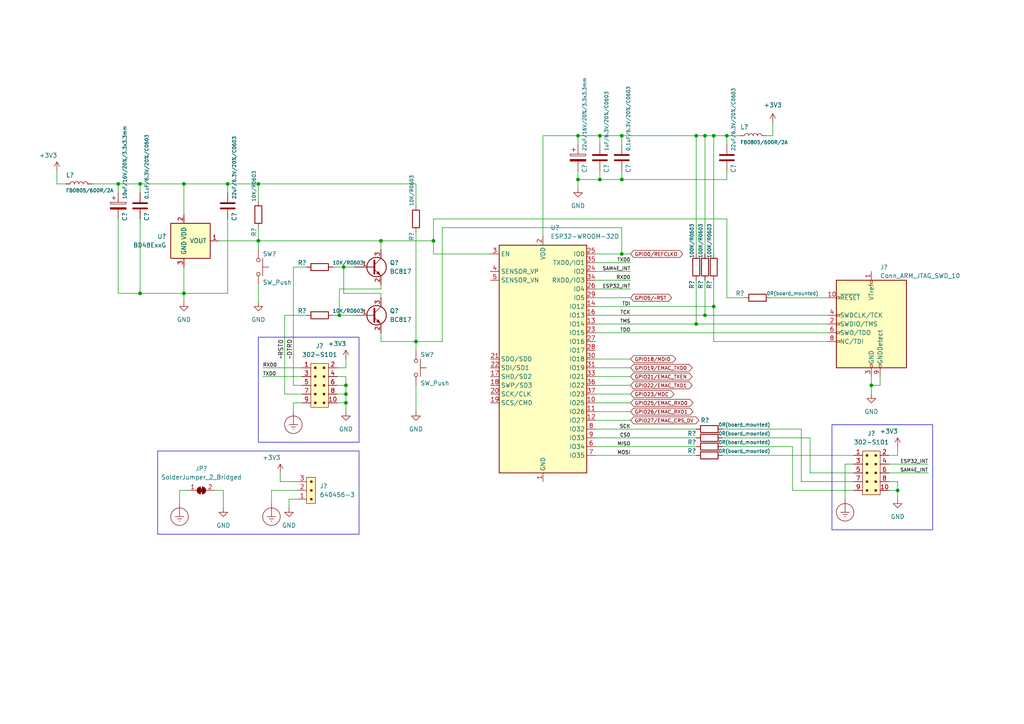
<source format=kicad_sch>
(kicad_sch (version 20230121) (generator eeschema)
  (paper "A4")
  (lib_symbols
    (symbol "Connector:Conn_ARM_JTAG_SWD_10" (pin_names (offset 1.016))
      (property "Reference" "J" (at -2.54 16.51 0))
      (property "Value" "Conn_ARM_JTAG_SWD_10" (at -2.54 13.97 0))
      (symbol "Conn_ARM_JTAG_SWD_10_0_1"
        (rectangle (start -10.16 12.7) (end 10.16 -12.7) (stroke (width 0.254)) (fill (type background)))
        (rectangle (start -2.794 -12.7) (end -2.286 -11.684))
        (rectangle (start -0.254 -12.7) (end 0.254 -11.684))
        (rectangle (start -0.254 12.7) (end 0.254 11.684))
        (rectangle (start 9.144 2.286) (end 10.16 2.794))
        (rectangle (start 10.16 -2.794) (end 9.144 -2.286))
        (rectangle (start 10.16 -0.254) (end 9.144 0.254))
        (rectangle (start 10.16 7.874) (end 9.144 7.366))
      )
      (symbol "Conn_ARM_JTAG_SWD_10_1_1"
        (rectangle (start 9.144 -5.334) (end 10.16 -4.826))
        (pin power_in line (at 0 15.24 270) (length 2.54) (name "VTref") (number "1"))
        (pin open_collector line (at 12.7 7.62 180) (length 2.54) (name "~{RESET}") (number "10"))
        (pin bidirectional line (at 12.7 0 180) (length 2.54) (name "SWDIO/TMS") (number "2"))
        (pin power_in line (at 0 -15.24 90) (length 2.54) (name "GND") (number "3"))
        (pin output line (at 12.7 2.54 180) (length 2.54) (name "SWDCLK/TCK") (number "4"))
        (pin passive line (at 0 -15.24 90) (length 2.54) hide (name "GND") (number "5"))
        (pin input line (at 12.7 -2.54 180) (length 2.54) (name "SWO/TDO") (number "6"))
        (pin no_connect line (at -10.16 0 0) (length 2.54) hide (name "KEY") (number "7"))
        (pin output line (at 12.7 -5.08 180) (length 2.54) (name "NC/TDI") (number "8"))
        (pin passive line (at -2.54 -15.24 90) (length 2.54) (name "GNDDetect") (number "9"))
      )
    )
    (symbol "Device:C" (pin_numbers hide) (pin_names (offset 0.254))
      (property "Reference" "C" (at 0.635 2.54 0))
      (property "Value" "C" (at 0.635 -2.54 0))
      (symbol "C_0_1"
        (polyline (pts (xy -2.032 -0.762) (xy 2.032 -0.762)) (stroke (width 0.508)))
        (polyline (pts (xy -2.032 0.762) (xy 2.032 0.762)) (stroke (width 0.508)))
      )
      (symbol "C_1_1"
        (pin passive line (at 0 3.81 270) (length 2.794) (name "~") (number "1"))
        (pin passive line (at 0 -3.81 90) (length 2.794) (name "~") (number "2"))
      )
    )
    (symbol "Device:C_Polarized" (pin_numbers hide) (pin_names (offset 0.254))
      (property "Reference" "C" (at 0.635 2.54 0))
      (property "Value" "C_Polarized" (at 0.635 -2.54 0))
      (symbol "C_Polarized_0_1"
        (rectangle (start -2.286 0.508) (end 2.286 1.016))
        (polyline (pts (xy -1.778 2.286) (xy -0.762 2.286)))
        (polyline (pts (xy -1.27 2.794) (xy -1.27 1.778)))
        (rectangle (start 2.286 -0.508) (end -2.286 -1.016) (fill (type outline)))
      )
      (symbol "C_Polarized_1_1"
        (pin passive line (at 0 3.81 270) (length 2.794) (name "~") (number "1"))
        (pin passive line (at 0 -3.81 90) (length 2.794) (name "~") (number "2"))
      )
    )
    (symbol "Device:L" (pin_numbers hide) (pin_names (offset 1.016) hide)
      (property "Reference" "L" (at -1.27 0 90))
      (property "Value" "L" (at 1.905 0 90))
      (symbol "L_0_1"
        (arc (start 0 -2.54) (mid 0.6323 -1.905) (end 0 -1.27))
        (arc (start 0 -1.27) (mid 0.6323 -0.635) (end 0 0))
        (arc (start 0 0) (mid 0.6323 0.635) (end 0 1.27))
        (arc (start 0 1.27) (mid 0.6323 1.905) (end 0 2.54))
      )
      (symbol "L_1_1"
        (pin passive line (at 0 3.81 270) (length 1.27) (name "1") (number "1"))
        (pin passive line (at 0 -3.81 90) (length 1.27) (name "2") (number "2"))
      )
    )
    (symbol "Device:R" (pin_numbers hide) (pin_names (offset 0))
      (property "Reference" "R" (at 2.032 0 90))
      (property "Value" "R" (at 0 0 90))
      (symbol "R_0_1"
        (rectangle (start -1.016 -2.54) (end 1.016 2.54) (stroke (width 0.254)))
      )
      (symbol "R_1_1"
        (pin passive line (at 0 3.81 270) (length 1.27) (name "~") (number "1"))
        (pin passive line (at 0 -3.81 90) (length 1.27) (name "~") (number "2"))
      )
    )
    (symbol "Jumper:SolderJumper_2_Bridged" (pin_names (offset 0) hide)
      (property "Reference" "JP" (at 0 2.032 0))
      (property "Value" "SolderJumper_2_Bridged" (at 0 -2.54 0))
      (symbol "SolderJumper_2_Bridged_0_1"
        (rectangle (start -0.508 0.508) (end 0.508 -0.508) (fill (type outline)))
        (arc (start -0.254 1.016) (mid -1.2656 0) (end -0.254 -1.016))
        (arc (start -0.254 1.016) (mid -1.2656 0) (end -0.254 -1.016) (fill (type outline)))
        (polyline (pts (xy -0.254 1.016) (xy -0.254 -1.016)))
        (polyline (pts (xy 0.254 1.016) (xy 0.254 -1.016)))
        (arc (start 0.254 -1.016) (mid 1.2656 0) (end 0.254 1.016))
        (arc (start 0.254 -1.016) (mid 1.2656 0) (end 0.254 1.016) (fill (type outline)))
      )
      (symbol "SolderJumper_2_Bridged_1_1"
        (pin passive line (at -3.81 0 0) (length 2.54) (name "A") (number "1"))
        (pin passive line (at 3.81 0 180) (length 2.54) (name "B") (number "2"))
      )
    )
    (symbol "Power_Management:BD48ExxG" (pin_names (offset 1.016))
      (property "Reference" "U" (at -3.81 6.35 0))
      (property "Value" "BD48ExxG" (at -5.08 0 90))
      (symbol "BD48ExxG_1_1"
        (rectangle (start -3.81 5.08) (end 7.62 -5.08) (stroke (width 0.254)) (fill (type background)))
        (pin output line (at 10.16 0 180) (length 2.54) (name "VOUT") (number "1"))
        (pin power_in line (at 0 7.62 270) (length 2.54) (name "VDD") (number "2"))
        (pin power_in line (at 0 -7.62 90) (length 2.54) (name "GND") (number "3"))
      )
    )
    (symbol "RF_Module:ESP32-WROOM-32D"
      (property "Reference" "U" (at -12.7 34.29 0))
      (property "Value" "ESP32-WROOM-32D" (at 1.27 34.29 0))
      (symbol "ESP32-WROOM-32D_0_1"
        (rectangle (start -12.7 33.02) (end 12.7 -33.02) (stroke (width 0.254)) (fill (type background)))
      )
      (symbol "ESP32-WROOM-32D_1_1"
        (pin power_in line (at 0 -35.56 90) (length 2.54) (name "GND") (number "1"))
        (pin bidirectional line (at 15.24 -12.7 180) (length 2.54) (name "IO25") (number "10"))
        (pin bidirectional line (at 15.24 -15.24 180) (length 2.54) (name "IO26") (number "11"))
        (pin bidirectional line (at 15.24 -17.78 180) (length 2.54) (name "IO27") (number "12"))
        (pin bidirectional line (at 15.24 10.16 180) (length 2.54) (name "IO14") (number "13"))
        (pin bidirectional line (at 15.24 15.24 180) (length 2.54) (name "IO12") (number "14"))
        (pin passive line (at 0 -35.56 90) (length 2.54) hide (name "GND") (number "15"))
        (pin bidirectional line (at 15.24 12.7 180) (length 2.54) (name "IO13") (number "16"))
        (pin bidirectional line (at -15.24 -5.08 0) (length 2.54) (name "SHD/SD2") (number "17"))
        (pin bidirectional line (at -15.24 -7.62 0) (length 2.54) (name "SWP/SD3") (number "18"))
        (pin bidirectional line (at -15.24 -12.7 0) (length 2.54) (name "SCS/CMD") (number "19"))
        (pin power_in line (at 0 35.56 270) (length 2.54) (name "VDD") (number "2"))
        (pin bidirectional line (at -15.24 -10.16 0) (length 2.54) (name "SCK/CLK") (number "20"))
        (pin bidirectional line (at -15.24 0 0) (length 2.54) (name "SDO/SD0") (number "21"))
        (pin bidirectional line (at -15.24 -2.54 0) (length 2.54) (name "SDI/SD1") (number "22"))
        (pin bidirectional line (at 15.24 7.62 180) (length 2.54) (name "IO15") (number "23"))
        (pin bidirectional line (at 15.24 25.4 180) (length 2.54) (name "IO2") (number "24"))
        (pin bidirectional line (at 15.24 30.48 180) (length 2.54) (name "IO0") (number "25"))
        (pin bidirectional line (at 15.24 20.32 180) (length 2.54) (name "IO4") (number "26"))
        (pin bidirectional line (at 15.24 5.08 180) (length 2.54) (name "IO16") (number "27"))
        (pin bidirectional line (at 15.24 2.54 180) (length 2.54) (name "IO17") (number "28"))
        (pin bidirectional line (at 15.24 17.78 180) (length 2.54) (name "IO5") (number "29"))
        (pin input line (at -15.24 30.48 0) (length 2.54) (name "EN") (number "3"))
        (pin bidirectional line (at 15.24 0 180) (length 2.54) (name "IO18") (number "30"))
        (pin bidirectional line (at 15.24 -2.54 180) (length 2.54) (name "IO19") (number "31"))
        (pin no_connect line (at -12.7 -27.94 0) (length 2.54) hide (name "NC") (number "32"))
        (pin bidirectional line (at 15.24 -5.08 180) (length 2.54) (name "IO21") (number "33"))
        (pin bidirectional line (at 15.24 22.86 180) (length 2.54) (name "RXD0/IO3") (number "34"))
        (pin bidirectional line (at 15.24 27.94 180) (length 2.54) (name "TXD0/IO1") (number "35"))
        (pin bidirectional line (at 15.24 -7.62 180) (length 2.54) (name "IO22") (number "36"))
        (pin bidirectional line (at 15.24 -10.16 180) (length 2.54) (name "IO23") (number "37"))
        (pin passive line (at 0 -35.56 90) (length 2.54) hide (name "GND") (number "38"))
        (pin passive line (at 0 -35.56 90) (length 2.54) hide (name "GND") (number "39"))
        (pin input line (at -15.24 25.4 0) (length 2.54) (name "SENSOR_VP") (number "4"))
        (pin input line (at -15.24 22.86 0) (length 2.54) (name "SENSOR_VN") (number "5"))
        (pin input line (at 15.24 -25.4 180) (length 2.54) (name "IO34") (number "6"))
        (pin input line (at 15.24 -27.94 180) (length 2.54) (name "IO35") (number "7"))
        (pin bidirectional line (at 15.24 -20.32 180) (length 2.54) (name "IO32") (number "8"))
        (pin bidirectional line (at 15.24 -22.86 180) (length 2.54) (name "IO33") (number "9"))
      )
    )
    (symbol "Switch:SW_Push" (pin_numbers hide) (pin_names (offset 1.016) hide)
      (property "Reference" "SW" (at 1.27 2.54 0))
      (property "Value" "SW_Push" (at 0 -1.524 0))
      (symbol "SW_Push_0_1"
        (circle (center -2.032 0) (radius 0.508))
        (polyline (pts (xy 0 1.27) (xy 0 3.048)))
        (polyline (pts (xy 2.54 1.27) (xy -2.54 1.27)))
        (circle (center 2.032 0) (radius 0.508))
        (pin passive line (at -5.08 0 0) (length 2.54) (name "1") (number "1"))
        (pin passive line (at 5.08 0 180) (length 2.54) (name "2") (number "2"))
      )
    )
    (symbol "Transistor_BJT:BC817" (pin_names (offset 0) hide)
      (property "Reference" "Q" (at 5.08 1.905 0))
      (property "Value" "BC817" (at 5.08 0 0))
      (symbol "BC817_0_1"
        (polyline (pts (xy 0.635 0.635) (xy 2.54 2.54)))
        (polyline (pts (xy 0.635 -0.635) (xy 2.54 -2.54) (xy 2.54 -2.54)))
        (polyline (pts (xy 0.635 1.905) (xy 0.635 -1.905) (xy 0.635 -1.905)) (stroke (width 0.508)))
        (polyline (pts (xy 1.27 -1.778) (xy 1.778 -1.27) (xy 2.286 -2.286) (xy 1.27 -1.778) (xy 1.27 -1.778)) (fill (type outline)))
        (circle (center 1.27 0) (radius 2.8194) (stroke (width 0.254)))
      )
      (symbol "BC817_1_1"
        (pin input line (at -5.08 0 0) (length 5.715) (name "B") (number "1"))
        (pin passive line (at 2.54 -5.08 90) (length 2.54) (name "E") (number "2"))
        (pin passive line (at 2.54 5.08 270) (length 2.54) (name "C") (number "3"))
      )
    )
    (symbol "dk_Rectangular-Connectors-Headers-Male-Pins:302-S101" (pin_names (offset 1.016))
      (property "Reference" "J" (at -2.54 7.62 0))
      (property "Value" "302-S101" (at 0 -7.62 0))
      (symbol "302-S101_1_1"
        (rectangle (start -2.54 6.35) (end 2.54 -6.35) (fill (type background)))
        (rectangle (start -1.524 -4.826) (end -1.016 -5.334) (fill (type outline)))
        (rectangle (start -1.524 -2.286) (end -1.016 -2.794) (fill (type outline)))
        (rectangle (start -1.524 0.254) (end -1.016 -0.254) (fill (type outline)))
        (rectangle (start -1.524 2.794) (end -1.016 2.286) (fill (type outline)))
        (rectangle (start -1.524 5.334) (end -1.016 4.826) (fill (type outline)))
        (rectangle (start 1.016 -4.826) (end 1.524 -5.334) (fill (type outline)))
        (rectangle (start 1.016 -2.286) (end 1.524 -2.794) (fill (type outline)))
        (rectangle (start 1.016 0.254) (end 1.524 -0.254) (fill (type outline)))
        (rectangle (start 1.016 2.794) (end 1.524 2.286) (fill (type outline)))
        (rectangle (start 1.016 5.334) (end 1.524 4.826) (fill (type outline)))
        (pin passive line (at -5.08 5.08 0) (length 2.54) (name "~") (number "1"))
        (pin passive line (at 5.08 -5.08 180) (length 2.54) (name "~") (number "10"))
        (pin passive line (at 5.08 5.08 180) (length 2.54) (name "~") (number "2"))
        (pin passive line (at -5.08 2.54 0) (length 2.54) (name "~") (number "3"))
        (pin passive line (at 5.08 2.54 180) (length 2.54) (name "~") (number "4"))
        (pin passive line (at -5.08 0 0) (length 2.54) (name "~") (number "5"))
        (pin passive line (at 5.08 0 180) (length 2.54) (name "~") (number "6"))
        (pin passive line (at -5.08 -2.54 0) (length 2.54) (name "~") (number "7"))
        (pin passive line (at 5.08 -2.54 180) (length 2.54) (name "~") (number "8"))
        (pin passive line (at -5.08 -5.08 0) (length 2.54) (name "~") (number "9"))
      )
    )
    (symbol "dk_Rectangular-Connectors-Headers-Male-Pins:640456-3" (pin_names (offset 1.016))
      (property "Reference" "J" (at -2.54 1.27 0))
      (property "Value" "640456-3" (at 2.54 -3.81 0))
      (symbol "640456-3_1_1"
        (rectangle (start -1.27 0) (end 6.35 -2.54) (fill (type background)))
        (rectangle (start -0.254 -1.143) (end 0.254 -1.651) (fill (type outline)))
        (rectangle (start 2.286 -1.143) (end 2.794 -1.651) (fill (type outline)))
        (rectangle (start 4.826 -1.143) (end 5.334 -1.651) (fill (type outline)))
        (pin passive line (at 0 2.54 270) (length 2.54) (name "~") (number "1"))
        (pin passive line (at 2.54 2.54 270) (length 2.54) (name "~") (number "2"))
        (pin passive line (at 5.08 2.54 270) (length 2.54) (name "~") (number "3"))
      )
    )
    (symbol "power:+3V3" (power) (pin_names (offset 0))
      (property "Value" "+3V3" (at 0 3.556 0))
      (symbol "+3V3_0_1"
        (polyline (pts (xy -0.762 1.27) (xy 0 2.54)))
        (polyline (pts (xy 0 0) (xy 0 2.54)))
        (polyline (pts (xy 0 2.54) (xy 0.762 1.27)))
      )
      (symbol "+3V3_1_1"
        (pin power_in line (at 0 0 90) (length 0) hide (name "+3V3") (number "1"))
      )
    )
    (symbol "power:Earth_Protective" (power) (pin_names (offset 0))
      (symbol "Earth_Protective_0_1"
        (circle (center 0 -3.81) (radius 2.54))
        (polyline (pts (xy -0.635 -4.445) (xy 0.635 -4.445)))
        (polyline (pts (xy -0.127 -5.08) (xy 0.127 -5.08)))
        (polyline (pts (xy 0 -3.81) (xy 0 0)))
        (polyline (pts (xy 1.27 -3.81) (xy -1.27 -3.81)))
      )
      (symbol "Earth_Protective_1_1"
        (pin power_in line (at 0 0 270) (length 0) hide (name "Earth_Protective") (number "1"))
      )
    )
    (symbol "power:GND" (power) (pin_names (offset 0))
      (property "Value" "GND" (at 0 -3.81 0))
      (symbol "GND_0_1"
        (polyline (pts (xy 0 0) (xy 0 -1.27) (xy 1.27 -1.27) (xy 0 -2.54) (xy -1.27 -1.27) (xy 0 -1.27)))
      )
      (symbol "GND_1_1"
        (pin power_in line (at 0 0 270) (length 0) hide (name "GND") (number "1"))
      )
    )
  )
  (junction (at 100.33 114.3))
  (junction (at 180.34 73.66))
  (junction (at 99.695 77.47))
  (junction (at 100.33 116.84))
  (junction (at 252.73 111.76))
  (junction (at 98.425 91.44))
  (junction (at 207.01 39.37))
  (junction (at 260.35 142.24))
  (junction (at 167.64 39.37))
  (junction (at 180.34 52.07))
  (junction (at 125.73 69.85))
  (junction (at 34.29 53.34))
  (junction (at 53.34 85.09))
  (junction (at 173.99 39.37))
  (junction (at 204.47 91.44))
  (junction (at 120.65 99.06))
  (junction (at 167.64 52.07))
  (junction (at 201.93 93.98))
  (junction (at 40.64 85.09))
  (junction (at 74.93 69.85))
  (junction (at 210.82 39.37))
  (junction (at 110.49 69.85))
  (junction (at 180.34 39.37))
  (junction (at 204.47 39.37))
  (junction (at 66.04 53.34))
  (junction (at 207.01 88.9))
  (junction (at 40.64 53.34))
  (junction (at 53.34 53.34))
  (junction (at 201.93 39.37))
  (junction (at 173.99 52.07))
  (junction (at 74.93 53.34))
  (junction (at 100.33 111.76))
  (wire (pts (xy 97.79 116.84) (xy 100.33 116.84)))
  (wire (pts (xy 210.82 39.37) (xy 214.63 39.37)))
  (wire (pts (xy 74.93 66.04) (xy 74.93 69.85)))
  (wire (pts (xy 172.72 104.14) (xy 182.88 104.14)))
  (wire (pts (xy 224.155 35.56) (xy 224.155 39.37)))
  (wire (pts (xy 97.79 109.22) (xy 100.33 109.22)))
  (wire (pts (xy 110.49 99.06) (xy 120.65 99.06)))
  (wire (pts (xy 120.65 67.31) (xy 120.65 99.06)))
  (wire (pts (xy 210.82 86.36) (xy 215.9 86.36)))
  (wire (pts (xy 19.05 53.34) (xy 16.51 53.34)))
  (wire (pts (xy 97.79 114.3) (xy 100.33 114.3)))
  (wire (pts (xy 172.72 88.9) (xy 207.01 88.9)))
  (wire (pts (xy 120.65 111.76) (xy 120.65 119.38)))
  (wire (pts (xy 110.49 96.52) (xy 110.49 99.06)))
  (wire (pts (xy 110.49 85.09) (xy 99.695 85.09)))
  (wire (pts (xy 62.23 142.24) (xy 64.77 142.24)))
  (wire (pts (xy 34.29 53.34) (xy 34.29 55.88)))
  (wire (pts (xy 210.82 63.5) (xy 210.82 86.36)))
  (wire (pts (xy 229.87 129.54) (xy 229.87 142.24)))
  (wire (pts (xy 85.09 77.47) (xy 88.9 77.47)))
  (wire (pts (xy 85.09 77.47) (xy 85.09 111.76)))
  (wire (pts (xy 204.47 73.66) (xy 204.47 39.37)))
  (wire (pts (xy 52.07 146.05) (xy 52.07 142.24)))
  (wire (pts (xy 245.11 134.62) (xy 245.11 144.78)))
  (wire (pts (xy 172.72 76.2) (xy 182.88 76.2)))
  (wire (pts (xy 201.93 81.28) (xy 201.93 93.98)))
  (wire (pts (xy 234.95 137.16) (xy 247.65 137.16)))
  (wire (pts (xy 74.93 58.42) (xy 74.93 53.34)))
  (wire (pts (xy 223.52 86.36) (xy 240.03 86.36)))
  (wire (pts (xy 64.77 142.24) (xy 64.77 147.32)))
  (wire (pts (xy 172.72 127) (xy 201.93 127)))
  (wire (pts (xy 40.64 63.5) (xy 40.64 85.09)))
  (wire (pts (xy 53.34 77.47) (xy 53.34 85.09)))
  (wire (pts (xy 66.04 85.09) (xy 53.34 85.09)))
  (wire (pts (xy 172.72 78.74) (xy 182.88 78.74)))
  (wire (pts (xy 172.72 109.22) (xy 182.88 109.22)))
  (wire (pts (xy 167.64 39.37) (xy 173.99 39.37)))
  (wire (pts (xy 180.34 39.37) (xy 180.34 41.91)))
  (wire (pts (xy 247.65 134.62) (xy 245.11 134.62)))
  (wire (pts (xy 110.49 82.55) (xy 110.49 83.82)))
  (wire (pts (xy 260.35 142.24) (xy 260.35 144.78)))
  (wire (pts (xy 172.72 111.76) (xy 182.88 111.76)))
  (wire (pts (xy 172.72 93.98) (xy 201.93 93.98)))
  (wire (pts (xy 85.09 111.76) (xy 87.63 111.76)))
  (wire (pts (xy 180.34 52.07) (xy 210.82 52.07)))
  (wire (pts (xy 97.79 106.68) (xy 100.33 106.68)))
  (wire (pts (xy 257.81 137.16) (xy 269.24 137.16)))
  (wire (pts (xy 201.93 93.98) (xy 240.03 93.98)))
  (wire (pts (xy 74.93 53.34) (xy 120.65 53.34)))
  (wire (pts (xy 167.64 49.53) (xy 167.64 52.07)))
  (wire (pts (xy 209.55 132.08) (xy 247.65 132.08)))
  (wire (pts (xy 172.72 124.46) (xy 201.93 124.46)))
  (wire (pts (xy 100.33 114.3) (xy 100.33 116.84)))
  (wire (pts (xy 85.09 119.38) (xy 85.09 116.84)))
  (wire (pts (xy 257.81 132.08) (xy 260.35 132.08)))
  (wire (pts (xy 172.72 73.66) (xy 180.34 73.66)))
  (wire (pts (xy 180.34 66.04) (xy 180.34 73.66)))
  (wire (pts (xy 209.55 129.54) (xy 229.87 129.54)))
  (wire (pts (xy 128.27 99.06) (xy 120.65 99.06)))
  (wire (pts (xy 100.33 116.84) (xy 100.33 119.38)))
  (wire (pts (xy 180.34 39.37) (xy 201.93 39.37)))
  (wire (pts (xy 99.695 77.47) (xy 99.695 85.09)))
  (wire (pts (xy 125.73 69.85) (xy 125.73 73.66)))
  (wire (pts (xy 173.99 52.07) (xy 180.34 52.07)))
  (wire (pts (xy 40.64 85.09) (xy 34.29 85.09)))
  (wire (pts (xy 204.47 39.37) (xy 207.01 39.37)))
  (wire (pts (xy 172.72 132.08) (xy 201.93 132.08)))
  (wire (pts (xy 172.72 81.28) (xy 182.88 81.28)))
  (wire (pts (xy 207.01 81.28) (xy 207.01 88.9)))
  (wire (pts (xy 16.51 53.34) (xy 16.51 49.53)))
  (wire (pts (xy 207.01 99.06) (xy 240.03 99.06)))
  (wire (pts (xy 257.81 134.62) (xy 269.24 134.62)))
  (wire (pts (xy 78.74 142.24) (xy 78.74 146.05)))
  (wire (pts (xy 53.34 53.34) (xy 66.04 53.34)))
  (wire (pts (xy 86.36 142.24) (xy 78.74 142.24)))
  (wire (pts (xy 26.67 53.34) (xy 34.29 53.34)))
  (wire (pts (xy 98.425 91.44) (xy 102.87 91.44)))
  (wire (pts (xy 229.87 142.24) (xy 247.65 142.24)))
  (wire (pts (xy 128.27 66.04) (xy 128.27 99.06)))
  (wire (pts (xy 100.33 111.76) (xy 100.33 114.3)))
  (wire (pts (xy 125.73 69.85) (xy 125.73 63.5)))
  (wire (pts (xy 252.73 111.76) (xy 252.73 114.3)))
  (wire (pts (xy 76.2 106.68) (xy 87.63 106.68)))
  (wire (pts (xy 204.47 91.44) (xy 240.03 91.44)))
  (wire (pts (xy 167.64 52.07) (xy 167.64 54.61)))
  (wire (pts (xy 182.88 119.38) (xy 172.72 119.38)))
  (wire (pts (xy 172.72 91.44) (xy 204.47 91.44)))
  (wire (pts (xy 125.73 63.5) (xy 210.82 63.5)))
  (wire (pts (xy 207.01 88.9) (xy 207.01 99.06)))
  (wire (pts (xy 222.25 39.37) (xy 224.155 39.37)))
  (wire (pts (xy 86.36 139.7) (xy 81.28 139.7)))
  (wire (pts (xy 182.88 121.92) (xy 172.72 121.92)))
  (wire (pts (xy 76.2 109.22) (xy 87.63 109.22)))
  (wire (pts (xy 53.34 85.09) (xy 40.64 85.09)))
  (wire (pts (xy 180.34 73.66) (xy 182.88 73.66)))
  (wire (pts (xy 128.27 66.04) (xy 180.34 66.04)))
  (wire (pts (xy 172.72 83.82) (xy 182.88 83.82)))
  (wire (pts (xy 97.79 111.76) (xy 100.33 111.76)))
  (wire (pts (xy 53.34 85.09) (xy 53.34 87.63)))
  (wire (pts (xy 96.52 91.44) (xy 98.425 91.44)))
  (wire (pts (xy 81.28 137.16) (xy 81.28 139.7)))
  (wire (pts (xy 167.64 52.07) (xy 173.99 52.07)))
  (wire (pts (xy 82.55 91.44) (xy 88.9 91.44)))
  (wire (pts (xy 63.5 69.85) (xy 74.93 69.85)))
  (wire (pts (xy 82.55 114.3) (xy 82.55 91.44)))
  (wire (pts (xy 167.64 41.91) (xy 167.64 39.37)))
  (wire (pts (xy 201.93 39.37) (xy 204.47 39.37)))
  (wire (pts (xy 74.93 69.85) (xy 110.49 69.85)))
  (wire (pts (xy 96.52 77.47) (xy 99.695 77.47)))
  (wire (pts (xy 66.04 53.34) (xy 66.04 55.88)))
  (wire (pts (xy 110.49 83.82) (xy 98.425 83.82)))
  (wire (pts (xy 234.95 127) (xy 209.55 127)))
  (wire (pts (xy 157.48 39.37) (xy 157.48 68.58)))
  (wire (pts (xy 204.47 81.28) (xy 204.47 91.44)))
  (wire (pts (xy 172.72 86.36) (xy 182.88 86.36)))
  (wire (pts (xy 157.48 39.37) (xy 167.64 39.37)))
  (wire (pts (xy 180.34 49.53) (xy 180.34 52.07)))
  (wire (pts (xy 82.55 114.3) (xy 87.63 114.3)))
  (wire (pts (xy 66.04 63.5) (xy 66.04 85.09)))
  (wire (pts (xy 260.35 139.7) (xy 260.35 142.24)))
  (wire (pts (xy 34.29 85.09) (xy 34.29 63.5)))
  (wire (pts (xy 85.09 116.84) (xy 87.63 116.84)))
  (wire (pts (xy 53.34 53.34) (xy 53.34 62.23)))
  (wire (pts (xy 66.04 53.34) (xy 74.93 53.34)))
  (wire (pts (xy 120.65 59.69) (xy 120.65 53.34)))
  (wire (pts (xy 210.82 39.37) (xy 210.82 41.91)))
  (wire (pts (xy 110.49 69.85) (xy 125.73 69.85)))
  (wire (pts (xy 210.82 49.53) (xy 210.82 52.07)))
  (wire (pts (xy 110.49 72.39) (xy 110.49 69.85)))
  (wire (pts (xy 100.33 104.14) (xy 100.33 106.68)))
  (wire (pts (xy 110.49 86.36) (xy 110.49 85.09)))
  (wire (pts (xy 252.73 109.22) (xy 252.73 111.76)))
  (wire (pts (xy 52.07 142.24) (xy 54.61 142.24)))
  (wire (pts (xy 257.81 139.7) (xy 260.35 139.7)))
  (wire (pts (xy 53.34 53.34) (xy 40.64 53.34)))
  (wire (pts (xy 232.41 139.7) (xy 247.65 139.7)))
  (wire (pts (xy 255.27 111.76) (xy 252.73 111.76)))
  (wire (pts (xy 34.29 53.34) (xy 40.64 53.34)))
  (wire (pts (xy 83.82 144.78) (xy 86.36 144.78)))
  (wire (pts (xy 40.64 53.34) (xy 40.64 55.88)))
  (wire (pts (xy 173.99 39.37) (xy 180.34 39.37)))
  (wire (pts (xy 182.88 116.84) (xy 172.72 116.84)))
  (wire (pts (xy 172.72 129.54) (xy 201.93 129.54)))
  (wire (pts (xy 83.82 147.32) (xy 83.82 144.78)))
  (wire (pts (xy 74.93 82.55) (xy 74.93 87.63)))
  (wire (pts (xy 234.95 127) (xy 234.95 137.16)))
  (wire (pts (xy 74.93 69.85) (xy 74.93 72.39)))
  (wire (pts (xy 207.01 39.37) (xy 210.82 39.37)))
  (wire (pts (xy 172.72 114.3) (xy 182.88 114.3)))
  (wire (pts (xy 207.01 39.37) (xy 207.01 73.66)))
  (wire (pts (xy 98.425 83.82) (xy 98.425 91.44)))
  (wire (pts (xy 173.99 49.53) (xy 173.99 52.07)))
  (wire (pts (xy 172.72 106.68) (xy 182.88 106.68)))
  (wire (pts (xy 172.72 96.52) (xy 240.03 96.52)))
  (wire (pts (xy 99.695 77.47) (xy 102.87 77.47)))
  (wire (pts (xy 125.73 73.66) (xy 142.24 73.66)))
  (wire (pts (xy 255.27 109.22) (xy 255.27 111.76)))
  (wire (pts (xy 173.99 39.37) (xy 173.99 41.91)))
  (wire (pts (xy 260.35 129.54) (xy 260.35 132.08)))
  (wire (pts (xy 201.93 39.37) (xy 201.93 73.66)))
  (wire (pts (xy 209.55 124.46) (xy 232.41 124.46)))
  (wire (pts (xy 232.41 124.46) (xy 232.41 139.7)))
  (wire (pts (xy 100.33 109.22) (xy 100.33 111.76)))
  (wire (pts (xy 257.81 142.24) (xy 260.35 142.24)))
  (wire (pts (xy 120.65 99.06) (xy 120.65 101.6)))
  (rectangle (start 241.3 123.19) (end 270.51 153.67))
  (rectangle (start 74.93 97.79) (end 104.14 128.27))
  (rectangle (start 45.72 130.81) (end 104.14 154.94))
  (label "TXD0" (at 182.88 76.2 180) (effects (font (size 1.016 1.016))))
  (label "CS0" (at 182.88 127 180) (effects (font (size 1.016 1.016))))
  (label "ESP32_INT" (at 182.88 83.82 180) (effects (font (size 1.016 1.016))))
  (label "TCK" (at 182.88 91.44 180) (effects (font (size 1.016 1.016))))
  (label "SAM4E_INT" (at 182.88 78.74 180) (effects (font (size 1.016 1.016))))
  (label "MOSI" (at 182.88 132.08 180) (effects (font (size 1.016 1.016))))
  (label "~DTR0" (at 85.09 104.14 90))
  (label "SAM4E_INT" (at 269.24 137.16 180) (effects (font (size 1.016 1.016))))
  (label "ESP32_INT" (at 269.24 134.62 180) (effects (font (size 1.016 1.016))))
  (label "RXD0" (at 76.2 106.68 0) (effects (font (size 1.016 1.016))))
  (label "TXD0" (at 76.2 109.22 0) (effects (font (size 1.016 1.016))))
  (label "SCK" (at 182.88 124.46 180) (effects (font (size 1.016 1.016))))
  (label "TDO" (at 182.88 96.52 180) (effects (font (size 1.016 1.016))))
  (label "TMS" (at 182.88 93.98 180) (effects (font (size 1.016 1.016))))
  (label "RXD0" (at 182.88 81.28 180) (effects (font (size 1.016 1.016))))
  (label "TDI" (at 182.88 88.9 180) (effects (font (size 1.016 1.016))))
  (label "~RST0" (at 82.55 104.14 90))
  (label "MISO" (at 182.88 129.54 180) (effects (font (size 1.016 1.016))))
  (global_label "GPIO27{slash}EMAC_CRS_DV" (shape bidirectional) (at 182.88 121.92 0) (effects (font (size 1.016 1.016))) (property "Intersheetrefs" "${INTERSHEET_REFS}" (effects hide)))
  (global_label "GPIO5{slash}~RST" (shape bidirectional) (at 182.88 86.36 0) (effects (font (size 1.016 1.016))) (property "Intersheetrefs" "${INTERSHEET_REFS}" (effects hide)))
  (global_label "GPIO19{slash}EMAC_TXD0" (shape bidirectional) (at 182.88 106.68 0) (effects (font (size 1.016 1.016))) (property "Intersheetrefs" "${INTERSHEET_REFS}" (effects hide)))
  (global_label "GPIO21{slash}EMAC_TXEN" (shape bidirectional) (at 182.88 109.22 0) (effects (font (size 1.016 1.016))) (property "Intersheetrefs" "${INTERSHEET_REFS}" (effects hide)))
  (global_label "GPIO23{slash}MDC" (shape bidirectional) (at 182.88 114.3 0) (effects (font (size 1.016 1.016))) (property "Intersheetrefs" "${INTERSHEET_REFS}" (effects hide)))
  (global_label "GPIO22{slash}EMAC_TXD1" (shape bidirectional) (at 182.88 111.76 0) (effects (font (size 1.016 1.016))) (property "Intersheetrefs" "${INTERSHEET_REFS}" (effects hide)))
  (global_label "GPIO18{slash}MDIO" (shape bidirectional) (at 182.88 104.14 0) (effects (font (size 1.016 1.016))) (property "Intersheetrefs" "${INTERSHEET_REFS}" (effects hide)))
  (global_label "GPIO0{slash}REFCLKO" (shape bidirectional) (at 182.88 73.66 0) (effects (font (size 1.016 1.016))) (property "Intersheetrefs" "${INTERSHEET_REFS}" (effects hide)))
  (global_label "GPIO26{slash}EMAC_RXD1" (shape bidirectional) (at 182.88 119.38 0) (effects (font (size 1.016 1.016))) (property "Intersheetrefs" "${INTERSHEET_REFS}" (effects hide)))
  (global_label "GPIO25{slash}EMAC_RXD0" (shape bidirectional) (at 182.88 116.84 0) (effects (font (size 1.016 1.016))) (property "Intersheetrefs" "${INTERSHEET_REFS}" (effects hide)))
  (symbol (lib_id "Device:L") (at 22.86 53.34 90) (unit 1)
    (property "Reference" "L?" (at 20.32 50.8 90))
    (property "Value" "FB0805/600R/2A" (at 26.035 55.245 90) (effects (font (size 1.016 1.016))))
  )
  (symbol (lib_id "dk_Rectangular-Connectors-Headers-Male-Pins:640456-3") (at 88.9 144.78 90) (unit 1)
    (property "Reference" "J?" (at 92.71 140.97 90) (effects (justify right)))
    (property "Value" "640456-3" (at 92.71 143.51 90) (effects (justify right)))
    (property "Footprint" "digikey-footprints:PinHeader_1x3_P2.54_Drill1.1mm" (effects hide))
    (property "Datasheet" "https://www.te.com/commerce/DocumentDelivery/DDEController?Action=srchrtrv&DocNm=640456&DocType=Customer+Drawing&DocLang=English" (effects hide))
    (property "Digi-Key_PN" "A19470-ND" (effects hide))
    (property "MPN" "640456-3" (effects hide))
    (property "Category" "Connectors, Interconnects" (effects hide))
    (property "Family" "Rectangular Connectors - Headers, Male Pins" (effects hide))
    (property "DK_Datasheet_Link" "https://www.te.com/commerce/DocumentDelivery/DDEController?Action=srchrtrv&DocNm=640456&DocType=Customer+Drawing&DocLang=English" (effects hide))
    (property "DK_Detail_Page" "/product-detail/en/te-connectivity-amp-connectors/640456-3/A19470-ND/259010" (effects hide))
    (property "Description" "CONN HEADER VERT 3POS 2.54MM" (effects hide))
    (property "Manufacturer" "TE Connectivity AMP Connectors" (effects hide))
    (property "Status" "Active" (effects hide))
  )
  (symbol (lib_id "power:+3V3") (at 100.33 104.14 0) (unit 1)
    (property "Reference" "#PWR08" (effects hide))
    (property "Value" "+3V3" (at 97.79 99.695 0))
    (instances (project "ESP32-PLC" (path "" (reference "#PWR08") (unit 1)) (path "" (reference "#PWR08") (unit 1)) (path "" (reference "#PWR015") (unit 1))))
  )
  (symbol (lib_id "Transistor_BJT:BC817") (at 107.95 77.47 0) (unit 1)
    (property "Reference" "Q?" (at 113.03 76.2 0) (effects (justify left)))
    (property "Value" "BC817" (at 113.03 78.74 0) (effects (justify left)))
    (property "Footprint" "Package_TO_SOT_SMD:SOT-23" (effects hide))
    (property "Datasheet" "https://www.onsemi.com/pub/Collateral/BC818-D.pdf" (effects hide))
  )
  (symbol (lib_id "dk_Rectangular-Connectors-Headers-Male-Pins:302-S101") (at 92.71 111.76 0) (unit 1)
    (property "Reference" "J?" (at 92.71 100.33 0))
    (property "Value" "302-S101" (at 92.71 102.87 0))
    (property "Footprint" "Connector_IDC:IDC-Header_2x05_P2.54mm_Vertical" (effects hide))
    (property "Datasheet" "http://www.on-shore.com/wp-content/uploads/2018/04/302-SXX1.pdf" (effects hide))
    (property "Digi-Key_PN" "ED1543-ND" (effects hide))
    (property "MPN" "302-S101" (effects hide))
    (property "Category" "Connectors, Interconnects" (effects hide))
    (property "Family" "Rectangular Connectors - Headers, Male Pins" (effects hide))
    (property "DK_Datasheet_Link" "http://www.on-shore.com/wp-content/uploads/2018/04/302-SXX1.pdf" (effects hide))
    (property "DK_Detail_Page" "/product-detail/en/on-shore-technology-inc/302-S101/ED1543-ND/2178422" (effects hide))
    (property "Description" "CONN HEADER VERT 10POS 2.54MM" (effects hide))
    (property "Manufacturer" "On Shore Technology Inc." (effects hide))
    (property "Status" "Active" (effects hide))
  )
  (symbol (lib_id "Device:C") (at 173.99 45.72 0) (unit 1)
    (property "Reference" "C?" (at 175.895 50.165 90) (effects (justify left)))
    (property "Value" "1uF/6.3V/20%/C0603" (at 175.895 43.815 90) (effects (font (size 1.016 1.016)) (justify left)))
  )
  (symbol (lib_id "power:+3V3") (at 260.35 129.54 0) (unit 1)
    (property "Reference" "#PWR08" (effects hide))
    (property "Value" "+3V3" (at 257.81 125.095 0))
    (instances (project "ESP32-PLC" (path "" (reference "#PWR08") (unit 1)) (path "" (reference "#PWR08") (unit 1)) (path "" (reference "#PWR016") (unit 1))))
  )
  (symbol (lib_id "Device:L") (at 218.44 39.37 90) (unit 1)
    (property "Reference" "L?" (at 215.9 36.83 90))
    (property "Value" "FB0805/600R/2A" (at 221.615 41.275 90) (effects (font (size 1.016 1.016))))
  )
  (symbol (lib_id "Device:R") (at 92.71 91.44 90) (unit 1)
    (property "Reference" "R?" (at 87.63 90.17 90))
    (property "Value" "10K/R0603" (at 100.965 90.17 90) (effects (font (size 1.016 1.016))))
  )
  (symbol (lib_id "power:Earth_Protective") (at 85.09 119.38 0) (unit 1)
    (property "Reference" "#PWR013" (effects hide))
    (property "Value" "Earth_Protective" (effects hide))
  )
  (symbol (lib_id "Device:C") (at 66.04 59.69 0) (unit 1)
    (property "Reference" "C?" (at 67.945 64.135 90) (effects (justify left)))
    (property "Value" "22uF/6.3V/20%/C0603" (at 67.945 57.785 90) (effects (font (size 1.016 1.016)) (justify left)))
  )
  (symbol (lib_id "Jumper:SolderJumper_2_Bridged") (at 58.42 142.24 0) (unit 1)
    (property "Reference" "JP?" (at 58.42 135.89 0))
    (property "Value" "SolderJumper_2_Bridged" (at 58.42 138.43 0))
    (property "Footprint" "Jumper:SolderJumper-2_P1.3mm_Bridged2Bar_Pad1.0x1.5mm" (effects hide))
  )
  (symbol (lib_id "Device:R") (at 219.71 86.36 90) (unit 1)
    (property "Reference" "R?" (at 214.63 85.09 90))
    (property "Value" "0R(board_mounted)" (at 229.87 85.09 90) (effects (font (size 1.016 1.016))))
  )
  (symbol (lib_id "Device:C") (at 210.82 45.72 0) (unit 1)
    (property "Reference" "C?" (at 212.725 50.165 90) (effects (justify left)))
    (property "Value" "22uF/6.3V/20%/C0603" (at 212.725 43.815 90) (effects (font (size 1.016 1.016)) (justify left)))
  )
  (symbol (lib_id "power:GND") (at 260.35 144.78 0) (unit 1)
    (property "Reference" "#PWR018" (effects hide))
    (property "Value" "GND" (at 260.35 149.86 0))
  )
  (symbol (lib_id "Device:C") (at 180.34 45.72 0) (unit 1)
    (property "Reference" "C?" (at 182.245 50.165 90) (effects (justify left)))
    (property "Value" "0.1uF/6.3V/20%/C0603" (at 182.245 43.815 90) (effects (font (size 1.016 1.016)) (justify left)))
  )
  (symbol (lib_id "Device:R") (at 74.93 62.23 180) (unit 1)
    (property "Reference" "R?" (at 73.66 67.31 90))
    (property "Value" "10K/R0603" (at 73.66 53.975 90) (effects (font (size 1.016 1.016))))
  )
  (symbol (lib_id "power:GND") (at 53.34 87.63 0) (unit 1)
    (property "Reference" "#PWR011" (effects hide))
    (property "Value" "GND" (at 53.34 92.71 0))
  )
  (symbol (lib_id "Switch:SW_Push") (at 120.65 106.68 270) (unit 1)
    (property "Reference" "SW?" (at 121.92 102.87 90) (effects (justify left)))
    (property "Value" "SW_Push" (at 121.92 111.125 90) (effects (justify left)))
  )
  (symbol (lib_id "Device:R") (at 92.71 77.47 90) (unit 1)
    (property "Reference" "R?" (at 87.63 76.2 90))
    (property "Value" "10K/R0603" (at 100.965 76.2 90) (effects (font (size 1.016 1.016))))
  )
  (symbol (lib_id "power:Earth_Protective") (at 245.11 144.78 0) (unit 1)
    (property "Reference" "#PWR017" (effects hide))
    (property "Value" "Earth_Protective" (effects hide))
  )
  (symbol (lib_id "Device:C_Polarized") (at 167.64 45.72 0) (unit 1)
    (property "Reference" "C?" (at 169.545 50.165 90) (effects (justify left)))
    (property "Value" "22uF/16V/20%/3.3x3.3mm" (at 169.545 43.815 90) (effects (font (size 1.016 1.016)) (justify left)))
  )
  (symbol (lib_id "Device:R") (at 201.93 77.47 180) (unit 1)
    (property "Reference" "R?" (at 200.66 82.55 90))
    (property "Value" "100K/R0603" (at 200.66 69.85 90) (effects (font (size 1.016 1.016))))
  )
  (symbol (lib_id "Device:R") (at 205.74 129.54 90) (unit 1)
    (property "Reference" "R?" (at 200.66 128.27 90))
    (property "Value" "0R(board_mounted)" (at 215.9 128.27 90) (effects (font (size 1.016 1.016))))
  )
  (symbol (lib_id "power:GND") (at 252.73 114.3 0) (unit 1)
    (property "Reference" "#PWR020" (effects hide))
    (property "Value" "GND" (at 252.73 119.38 0))
  )
  (symbol (lib_id "Switch:SW_Push") (at 74.93 77.47 270) (unit 1)
    (property "Reference" "SW?" (at 76.2 73.66 90) (effects (justify left)))
    (property "Value" "SW_Push" (at 76.2 81.915 90) (effects (justify left)))
  )
  (symbol (lib_id "power:Earth_Protective") (at 78.74 146.05 0) (unit 1)
    (property "Reference" "#PWR025" (effects hide))
    (property "Value" "Earth_Protective" (effects hide))
  )
  (symbol (lib_id "Device:R") (at 205.74 127 90) (unit 1)
    (property "Reference" "R?" (at 200.66 125.73 90))
    (property "Value" "0R(board_mounted)" (at 215.9 125.73 90) (effects (font (size 1.016 1.016))))
  )
  (symbol (lib_id "Device:R") (at 207.01 77.47 180) (unit 1)
    (property "Reference" "R?" (at 205.74 82.55 90))
    (property "Value" "100K/R0603" (at 205.74 69.85 90) (effects (font (size 1.016 1.016))))
  )
  (symbol (lib_id "power:+3V3") (at 81.28 137.16 0) (unit 1)
    (property "Reference" "#PWR08" (effects hide))
    (property "Value" "+3V3" (at 78.74 132.715 0))
    (instances (project "ESP32-PLC" (path "" (reference "#PWR08") (unit 1)) (path "" (reference "#PWR08") (unit 1)) (path "" (reference "#PWR023") (unit 1))))
  )
  (symbol (lib_id "Device:R") (at 205.74 124.46 90) (unit 1)
    (property "Reference" "R?" (at 204.47 121.92 90))
    (property "Value" "0R(board_mounted)" (at 215.9 123.19 90) (effects (font (size 1.016 1.016))))
  )
  (symbol (lib_id "Device:C_Polarized") (at 34.29 59.69 0) (unit 1)
    (property "Reference" "C?" (at 36.195 64.135 90) (effects (justify left)))
    (property "Value" "10uF/16V/20%/3.3x3.3mm" (at 36.195 57.785 90) (effects (font (size 1.016 1.016)) (justify left)))
  )
  (symbol (lib_id "power:Earth_Protective") (at 52.07 146.05 0) (unit 1)
    (property "Reference" "#PWR026" (effects hide))
    (property "Value" "Earth_Protective" (effects hide))
  )
  (symbol (lib_id "power:+3V3") (at 16.51 49.53 0) (unit 1)
    (property "Reference" "#PWR08" (effects hide))
    (property "Value" "+3V3" (at 13.97 45.085 0))
    (instances (project "ESP32-PLC" (path "" (reference "#PWR08") (unit 1)) (path "" (reference "#PWR08") (unit 1)) (path "" (reference "#PWR010") (unit 1))))
  )
  (symbol (lib_id "Power_Management:BD48ExxG") (at 53.34 69.85 0) (unit 1)
    (property "Reference" "U?" (at 48.26 68.58 0) (effects (justify right)))
    (property "Value" "BD48ExxG" (at 48.26 71.12 0) (effects (justify right)))
    (property "Footprint" "Package_TO_SOT_SMD:SOT-23-5" (effects hide))
    (property "Datasheet" "https://www.rohm.de/datasheet/BD4830FVE/bd48xxg-e" (effects hide))
  )
  (symbol (lib_id "power:GND") (at 100.33 119.38 0) (unit 1)
    (property "Reference" "#PWR014" (effects hide))
    (property "Value" "GND" (at 100.33 124.46 0))
  )
  (symbol (lib_id "power:GND") (at 120.65 119.38 0) (unit 1)
    (property "Reference" "#PWR012" (effects hide))
    (property "Value" "GND" (at 120.65 124.46 0))
  )
  (symbol (lib_id "Device:R") (at 205.74 132.08 90) (unit 1)
    (property "Reference" "R?" (at 200.66 130.81 90))
    (property "Value" "0R(board_mounted)" (at 215.9 130.81 90) (effects (font (size 1.016 1.016))))
  )
  (symbol (lib_id "power:GND") (at 83.82 147.32 0) (unit 1)
    (property "Reference" "#PWR024" (effects hide))
    (property "Value" "GND" (at 83.82 152.4 0))
  )
  (symbol (lib_id "Transistor_BJT:BC817") (at 107.95 91.44 0) (unit 1)
    (property "Reference" "Q?" (at 113.03 90.17 0) (effects (justify left)))
    (property "Value" "BC817" (at 113.03 92.71 0) (effects (justify left)))
    (property "Footprint" "Package_TO_SOT_SMD:SOT-23" (effects hide))
    (property "Datasheet" "https://www.onsemi.com/pub/Collateral/BC818-D.pdf" (effects hide))
  )
  (symbol (lib_id "power:GND") (at 74.93 87.63 0) (unit 1)
    (property "Reference" "#PWR019" (effects hide))
    (property "Value" "GND" (at 74.93 92.71 0))
  )
  (symbol (lib_id "power:+3V3") (at 224.155 35.56 0) (unit 1)
    (property "Reference" "#PWR08" (effects hide))
    (property "Value" "+3V3" (at 224.155 30.48 0))
    (instances (project "ESP32-PLC" (path "" (reference "#PWR08") (unit 1)) (path "" (reference "#PWR08") (unit 1)) (path "" (reference "#PWR021") (unit 1))))
  )
  (symbol (lib_id "Device:R") (at 120.65 63.5 180) (unit 1)
    (property "Reference" "R?" (at 119.38 68.58 90))
    (property "Value" "10K/R0603" (at 119.38 55.245 90) (effects (font (size 1.016 1.016))))
  )
  (symbol (lib_id "RF_Module:ESP32-WROOM-32D") (at 157.48 104.14 0) (unit 1)
    (property "Reference" "U?" (at 159.6741 66.04 0) (effects (justify left)))
    (property "Value" "ESP32-WROOM-32D" (at 159.6741 68.58 0) (effects (justify left)))
    (property "Footprint" "RF_Module:ESP32-WROOM-32D" (effects hide))
    (property "Datasheet" "https://www.espressif.com/sites/default/files/documentation/esp32-wroom-32d_esp32-wroom-32u_datasheet_en.pdf" (effects hide))
  )
  (symbol (lib_id "Device:C") (at 40.64 59.69 0) (unit 1)
    (property "Reference" "C?" (at 42.545 64.135 90) (effects (justify left)))
    (property "Value" "0.1uF/6.3V/20%/C0603" (at 42.545 57.785 90) (effects (font (size 1.016 1.016)) (justify left)))
  )
  (symbol (lib_id "Device:R") (at 204.47 77.47 180) (unit 1)
    (property "Reference" "R?" (at 203.2 82.55 90))
    (property "Value" "100K/R0603" (at 203.2 69.85 90) (effects (font (size 1.016 1.016))))
  )
  (symbol (lib_id "power:GND") (at 64.77 147.32 0) (unit 1)
    (property "Reference" "#PWR027" (effects hide))
    (property "Value" "GND" (at 64.77 152.4 0))
  )
  (symbol (lib_id "power:GND") (at 167.64 54.61 0) (unit 1)
    (property "Reference" "#PWR022" (effects hide))
    (property "Value" "GND" (at 167.64 59.69 0))
  )
  (symbol (lib_id "dk_Rectangular-Connectors-Headers-Male-Pins:302-S101") (at 252.73 137.16 0) (unit 1)
    (property "Reference" "J?" (at 252.73 125.73 0))
    (property "Value" "302-S101" (at 252.73 128.27 0))
    (property "Footprint" "Connector_IDC:IDC-Header_2x05_P2.54mm_Vertical" (effects hide))
    (property "Datasheet" "http://www.on-shore.com/wp-content/uploads/2018/04/302-SXX1.pdf" (effects hide))
    (property "Digi-Key_PN" "ED1543-ND" (effects hide))
    (property "MPN" "302-S101" (effects hide))
    (property "Category" "Connectors, Interconnects" (effects hide))
    (property "Family" "Rectangular Connectors - Headers, Male Pins" (effects hide))
    (property "DK_Datasheet_Link" "http://www.on-shore.com/wp-content/uploads/2018/04/302-SXX1.pdf" (effects hide))
    (property "DK_Detail_Page" "/product-detail/en/on-shore-technology-inc/302-S101/ED1543-ND/2178422" (effects hide))
    (property "Description" "CONN HEADER VERT 10POS 2.54MM" (effects hide))
    (property "Manufacturer" "On Shore Technology Inc." (effects hide))
    (property "Status" "Active" (effects hide))
  )
  (symbol (lib_id "Connector:Conn_ARM_JTAG_SWD_10") (at 252.73 93.98 0) (mirror y) (unit 1)
    (property "Reference" "J?" (at 255.27 77.47 0) (effects (justify right)))
    (property "Value" "Conn_ARM_JTAG_SWD_10" (at 255.27 80.01 0) (effects (justify right)))
    (property "Datasheet" "http://infocenter.arm.com/help/topic/com.arm.doc.ddi0314h/DDI0314H_coresight_components_trm.pdf" (effects hide))
  )
)
</source>
